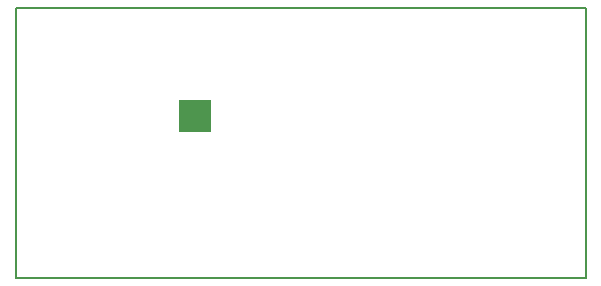
<source format=gko>
%FSAX24Y24*%
%MOIN*%
G70*
G01*
G75*
G04 Layer_Color=16711935*
%ADD10R,0.0512X0.0591*%
%ADD11R,0.0591X0.0512*%
%ADD12R,0.0394X0.0394*%
%ADD13R,0.0394X0.0394*%
%ADD14R,0.0394X0.0114*%
%ADD15R,0.0114X0.0394*%
%ADD16R,0.0472X0.0551*%
%ADD17C,0.0200*%
%ADD18C,0.0100*%
%ADD19C,0.0080*%
%ADD20C,0.0300*%
%ADD21C,0.0500*%
%ADD22C,0.0591*%
%ADD23R,0.0591X0.0591*%
%ADD24C,0.0551*%
%ADD25C,0.0350*%
%ADD26R,0.1065X0.1060*%
D19*
X020500Y030500D02*
Y039500D01*
X039500D01*
Y030500D02*
Y039500D01*
X020500Y030500D02*
X039500D01*
D26*
X026470Y035912D02*
D03*
M02*

</source>
